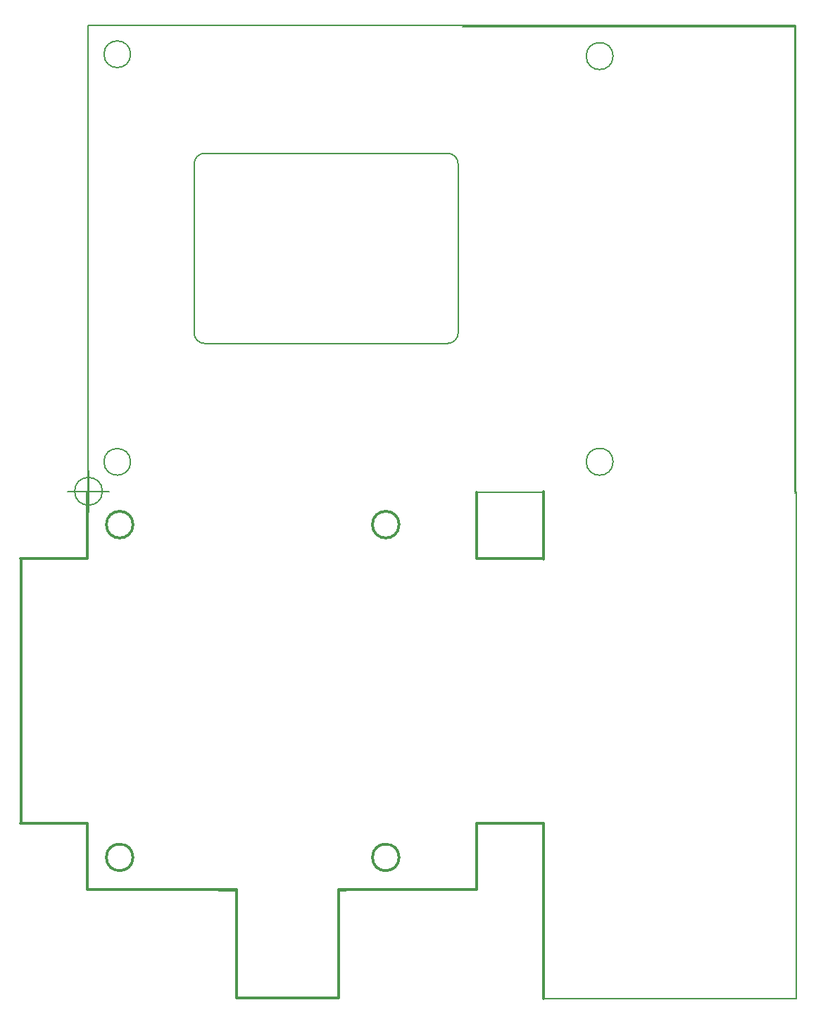
<source format=gko>
G04 #@! TF.FileFunction,Profile,NP*
%FSLAX46Y46*%
G04 Gerber Fmt 4.6, Leading zero omitted, Abs format (unit mm)*
G04 Created by KiCad (PCBNEW 4.0.2+dfsg1-stable) date 2016年08月05日 19時43分15秒*
%MOMM*%
G01*
G04 APERTURE LIST*
%ADD10C,0.100000*%
%ADD11C,0.200000*%
%ADD12C,0.300000*%
%ADD13C,0.150000*%
G04 APERTURE END LIST*
D10*
D11*
X229641400Y-90347800D02*
X229616000Y-90347800D01*
X229641400Y-34137600D02*
X229641400Y-90347800D01*
X144551400Y-34137600D02*
X229641400Y-34137600D01*
X144551400Y-90220800D02*
X144551400Y-34137600D01*
X199263000Y-90297000D02*
X199263000Y-90170000D01*
X191389000Y-90297000D02*
X199263000Y-90297000D01*
D12*
X136525000Y-130048000D02*
X136525000Y-98298000D01*
X199390000Y-90170000D02*
X199390000Y-98298000D01*
X199390000Y-151130000D02*
X199390000Y-130048000D01*
X199390000Y-130048000D02*
X199390000Y-137922000D01*
D11*
X229743000Y-151130000D02*
X229743000Y-90170000D01*
X199263000Y-151130000D02*
X229743000Y-151130000D01*
D12*
X144498000Y-98276000D02*
X144498000Y-90276000D01*
X136498000Y-98276000D02*
X144498000Y-98276000D01*
X144498000Y-130076000D02*
X136498000Y-130076000D01*
X144498000Y-138076000D02*
X144498000Y-130076000D01*
X162498000Y-138076000D02*
X144498000Y-138076000D01*
X162498000Y-151076000D02*
X162498000Y-138076000D01*
X174698000Y-151076000D02*
X162498000Y-151076000D01*
X174698000Y-138076000D02*
X174698000Y-151076000D01*
X191298000Y-138076000D02*
X174698000Y-138076000D01*
X191298000Y-130076000D02*
X191298000Y-138076000D01*
X199298000Y-130076000D02*
X191298000Y-130076000D01*
X199398000Y-98276000D02*
X199298000Y-98276000D01*
X199298000Y-98276000D02*
X199398000Y-98276000D01*
X191298000Y-98276000D02*
X199298000Y-98276000D01*
X191298000Y-90276000D02*
X191298000Y-98276000D01*
X181998000Y-134176000D02*
G75*
G03X181998000Y-134176000I-1600000J0D01*
G01*
X149998000Y-134176000D02*
G75*
G03X149998000Y-134176000I-1600000J0D01*
G01*
X181998000Y-94176000D02*
G75*
G03X181998000Y-94176000I-1600000J0D01*
G01*
X149998000Y-94176000D02*
G75*
G03X149998000Y-94176000I-1600000J0D01*
G01*
D13*
X162497000Y-138176000D02*
X162370000Y-138176000D01*
X162497000Y-151130000D02*
X162497000Y-138176000D01*
X174689000Y-151130000D02*
X162497000Y-151130000D01*
X174752500Y-138176000D02*
X174816000Y-138176000D01*
X174689000Y-138176000D02*
X174752500Y-138176000D01*
X174816000Y-138176000D02*
X175578000Y-138176000D01*
X174689000Y-151130000D02*
X174689000Y-138176000D01*
X160338000Y-138176000D02*
X162370000Y-138176000D01*
D11*
X189103000Y-50800000D02*
G75*
G03X187833000Y-49530000I-1270000J0D01*
G01*
X158623000Y-49530000D02*
X187833000Y-49530000D01*
X158623000Y-49530000D02*
G75*
G03X157353000Y-50800000I0J-1270000D01*
G01*
X157353000Y-71120000D02*
X157353000Y-50800000D01*
X157353000Y-71120000D02*
G75*
G03X158623000Y-72390000I1270000J0D01*
G01*
X187833000Y-72390000D02*
X158623000Y-72390000D01*
X187833000Y-72390000D02*
G75*
G03X189103000Y-71120000I0J1270000D01*
G01*
X189103000Y-50800000D02*
X189103000Y-71120000D01*
X146319666Y-90170000D02*
G75*
G03X146319666Y-90170000I-1666666J0D01*
G01*
X142153000Y-90170000D02*
X147153000Y-90170000D01*
X144653000Y-87670000D02*
X144653000Y-92670000D01*
X149711000Y-86628400D02*
G75*
G03X149711000Y-86628400I-1600000J0D01*
G01*
X149711000Y-37628400D02*
G75*
G03X149711000Y-37628400I-1600000J0D01*
G01*
X207741036Y-86614000D02*
G75*
G03X207741036Y-86614000I-1620036J0D01*
G01*
X207741036Y-37846000D02*
G75*
G03X207741036Y-37846000I-1620036J0D01*
G01*
D13*
X229616000Y-90170000D02*
X229616000Y-34290000D01*
X229616000Y-34290000D02*
X189611000Y-34290000D01*
M02*

</source>
